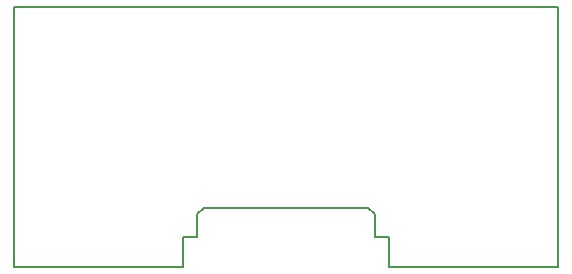
<source format=gko>
G04 Layer_Color=16711935*
%FSTAX24Y24*%
%MOIN*%
G70*
G01*
G75*
%ADD24C,0.0050*%
D24*
X056496Y032677D02*
Y033661D01*
X063386Y032677D02*
Y033661D01*
Y032677D02*
X068996D01*
X050886D02*
X056496D01*
X050886D02*
Y041339D01*
X068996Y032677D02*
Y041339D01*
X050886D02*
X068996D01*
X056496Y033661D02*
X056988D01*
Y034422D01*
X057212Y034646D01*
X06267D01*
X062894Y034422D01*
Y033661D02*
Y034422D01*
Y033661D02*
X063386D01*
M02*

</source>
